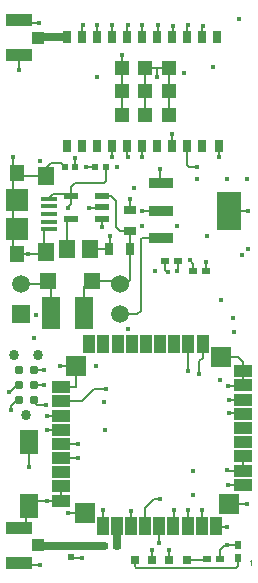
<source format=gtl>
G04 Layer_Physical_Order=1*
G04 Layer_Color=255*
%FSLAX24Y24*%
%MOIN*%
G70*
G01*
G75*
%ADD10R,0.0866X0.0413*%
%ADD11R,0.0394X0.0413*%
%ADD12R,0.0472X0.0472*%
%ADD13R,0.0315X0.0394*%
%ADD14R,0.0394X0.0591*%
%ADD15R,0.0591X0.0394*%
%ADD16R,0.0670X0.0670*%
%ADD17R,0.0591X0.0394*%
%ADD18R,0.0846X0.1280*%
%ADD19R,0.0846X0.0374*%
%ADD20R,0.0480X0.0220*%
%ADD21R,0.0220X0.0228*%
%ADD22R,0.0200X0.0250*%
%ADD23R,0.0250X0.0200*%
%ADD24R,0.0520X0.0600*%
%ADD25C,0.0310*%
%ADD26R,0.0532X0.0157*%
%ADD27R,0.0512X0.0571*%
%ADD28R,0.0748X0.0748*%
%ADD29R,0.0551X0.0630*%
%ADD30R,0.0560X0.0560*%
%ADD31R,0.0300X0.0400*%
%ADD32R,0.0400X0.0300*%
%ADD33R,0.0630X0.1070*%
%ADD34R,0.0197X0.0236*%
%ADD35R,0.0315X0.0315*%
%ADD36R,0.0630X0.0787*%
%ADD37C,0.0059*%
%ADD38C,0.0060*%
%ADD39C,0.0252*%
%ADD40C,0.0600*%
%ADD41C,0.0591*%
%ADD42R,0.0591X0.0591*%
%ADD43C,0.0340*%
%ADD44C,0.0157*%
G36*
X3116Y-6722D02*
X3091D01*
Y-6565D01*
X3091Y-6565D01*
X3089Y-6566D01*
X3087Y-6568D01*
X3084Y-6570D01*
X3081Y-6573D01*
X3077Y-6576D01*
X3072Y-6579D01*
X3067Y-6582D01*
X3067D01*
X3067Y-6582D01*
X3065Y-6584D01*
X3062Y-6585D01*
X3059Y-6587D01*
X3054Y-6589D01*
X3050Y-6591D01*
X3046Y-6593D01*
X3041Y-6595D01*
Y-6571D01*
X3042D01*
X3042Y-6570D01*
X3043Y-6570D01*
X3045Y-6569D01*
X3047Y-6568D01*
X3049Y-6567D01*
X3054Y-6564D01*
X3059Y-6561D01*
X3065Y-6557D01*
X3071Y-6552D01*
X3077Y-6547D01*
X3078Y-6547D01*
X3078Y-6547D01*
X3079Y-6546D01*
X3080Y-6545D01*
X3083Y-6542D01*
X3086Y-6539D01*
X3090Y-6534D01*
X3093Y-6530D01*
X3097Y-6525D01*
X3100Y-6520D01*
X3116D01*
Y-6722D01*
D02*
G37*
D10*
X-4636Y10315D02*
D03*
Y11476D02*
D03*
Y-6604D02*
D03*
Y-5443D02*
D03*
D11*
X-4016Y10896D02*
D03*
Y-6024D02*
D03*
D12*
X-1214Y9098D02*
D03*
Y8311D02*
D03*
X-426D02*
D03*
Y9098D02*
D03*
X361Y8311D02*
D03*
Y9098D02*
D03*
X-1214Y9886D02*
D03*
X-426D02*
D03*
X361D02*
D03*
D13*
X-3025Y7287D02*
D03*
X-2525D02*
D03*
X-2025D02*
D03*
X-1525D02*
D03*
X-1025D02*
D03*
X-533D02*
D03*
X-25D02*
D03*
X475D02*
D03*
X975D02*
D03*
X1475D02*
D03*
X2025D02*
D03*
X1975Y10909D02*
D03*
X-3025D02*
D03*
X-2525D02*
D03*
X-2025D02*
D03*
X-1525D02*
D03*
X-1025D02*
D03*
X-525D02*
D03*
X-25D02*
D03*
X475D02*
D03*
X975D02*
D03*
X1475D02*
D03*
D14*
X-1854Y-5387D02*
D03*
X1453D02*
D03*
X35D02*
D03*
X1925D02*
D03*
X-2300Y676D02*
D03*
X-1356D02*
D03*
X-909Y-5387D02*
D03*
X-1382D02*
D03*
X-437D02*
D03*
X1479Y676D02*
D03*
X-411D02*
D03*
X1007D02*
D03*
X-1828D02*
D03*
X508Y-5387D02*
D03*
X-883Y676D02*
D03*
X62D02*
D03*
X980Y-5387D02*
D03*
X534Y676D02*
D03*
D15*
X2838Y-1647D02*
D03*
Y-2120D02*
D03*
X-3225Y-759D02*
D03*
X2838Y-230D02*
D03*
Y-702D02*
D03*
Y-4009D02*
D03*
X-3225Y-1232D02*
D03*
Y-3122D02*
D03*
Y-2177D02*
D03*
X2838Y-3065D02*
D03*
Y-3537D02*
D03*
X-3225Y-2649D02*
D03*
Y-1704D02*
D03*
X2838Y-1175D02*
D03*
Y-2592D02*
D03*
X-3225Y-3594D02*
D03*
D16*
X2359Y-4659D02*
D03*
X2109Y241D02*
D03*
X-2741Y-59D02*
D03*
X-2441Y-4959D02*
D03*
D17*
X-3225Y-4539D02*
D03*
Y-4067D02*
D03*
D18*
X2362Y5128D02*
D03*
D19*
X79Y4222D02*
D03*
Y6033D02*
D03*
Y5128D02*
D03*
D20*
X-1880Y4862D02*
D03*
Y5236D02*
D03*
Y5616D02*
D03*
X-2912D02*
D03*
Y4862D02*
D03*
D21*
X-2908Y-6431D02*
D03*
Y-6053D02*
D03*
D22*
X2667Y-6447D02*
D03*
Y-6033D02*
D03*
D23*
X2047Y-6496D02*
D03*
X1634D02*
D03*
X236Y3445D02*
D03*
X650D02*
D03*
X1576Y3100D02*
D03*
X1163D02*
D03*
X-1378Y-6053D02*
D03*
X-1791D02*
D03*
D24*
X-2277Y3858D02*
D03*
X-3031D02*
D03*
D25*
X-4650Y-693D02*
D03*
X-4150Y-193D02*
D03*
Y-693D02*
D03*
X-4650Y-1193D02*
D03*
X-4150D02*
D03*
X-4650Y-193D02*
D03*
D26*
X-3642Y4764D02*
D03*
Y4508D02*
D03*
Y5020D02*
D03*
Y5276D02*
D03*
Y5531D02*
D03*
D27*
X-4695Y6368D02*
D03*
X-4695Y3671D02*
D03*
D28*
X-4695Y5493D02*
D03*
X-4695Y4509D02*
D03*
D29*
X-3730Y3760D02*
D03*
Y6280D02*
D03*
D30*
X-3683Y2776D02*
D03*
X-2224D02*
D03*
D31*
X-933Y3861D02*
D03*
X-1633D02*
D03*
D32*
X-952Y4437D02*
D03*
Y5137D02*
D03*
D33*
X-2461Y1713D02*
D03*
X-3572D02*
D03*
D34*
X-2766Y6575D02*
D03*
X-3120D02*
D03*
X-1752D02*
D03*
X-2106D02*
D03*
D35*
X-197Y-6506D02*
D03*
X-787D02*
D03*
X354Y-6506D02*
D03*
X945D02*
D03*
D36*
X-4321Y-2589D02*
D03*
Y-4715D02*
D03*
D37*
X-2669Y-2649D02*
X-2667Y-2648D01*
X-3225Y-2649D02*
X-2669D01*
X-3225Y-3122D02*
X-2689D01*
X475Y10909D02*
X482Y10917D01*
Y11289D01*
X975Y10909D02*
Y11290D01*
X236Y3159D02*
X325Y3071D01*
X236Y3159D02*
Y3445D01*
X620Y3110D02*
X650Y3140D01*
Y3445D01*
X1163Y3100D02*
Y3355D01*
X1053Y3465D02*
X1163Y3355D01*
X1585Y3109D02*
Y3406D01*
X-4026Y-1358D02*
X-3750D01*
X-4075Y-1309D02*
X-4026Y-1358D01*
X-4075Y-1309D02*
X-4075Y-1309D01*
X-4204Y-687D02*
X-3816D01*
X-437Y-5387D02*
Y-4787D01*
X-128Y-4478D01*
X59D01*
X-83Y9886D02*
X361D01*
X-426D02*
X-83D01*
X361Y9098D02*
Y9886D01*
Y8311D02*
Y9098D01*
X-1220Y8318D02*
Y10325D01*
X-581Y4193D02*
X-551Y4222D01*
X-581Y1791D02*
Y4193D01*
X-705Y1667D02*
X-581Y1791D01*
X2283Y-3533D02*
X2287Y-3537D01*
X2838D01*
X-952Y5137D02*
Y5529D01*
X-955Y5531D02*
X-952Y5529D01*
X-3815Y2703D02*
X-3742Y2776D01*
X-952Y2808D02*
Y4437D01*
X-3031Y4742D02*
X-2912Y4862D01*
X-3031Y3858D02*
Y4742D01*
X-3799Y3848D02*
Y4508D01*
X-3976Y3671D02*
X-3799Y3848D01*
X-1614Y3879D02*
Y4291D01*
X-2277Y3858D02*
X-1635D01*
X-1614Y3879D01*
X-4852Y5493D02*
X-4843Y5503D01*
X-3572Y1713D02*
Y2606D01*
X-4204Y-187D02*
X-3805D01*
X-3804Y-187D01*
X-3278Y-49D02*
X-2750D01*
X-3225Y-759D02*
X-2767D01*
X-2750Y-743D01*
X-909Y-5387D02*
Y-4878D01*
X-915Y-4872D02*
X-909Y-4878D01*
X-426Y8311D02*
Y9886D01*
X69Y6043D02*
Y6506D01*
Y6043D02*
X79Y6033D01*
X-3253Y-2205D02*
X-3225Y-2177D01*
X-3720Y-2175D02*
X-3283D01*
X-3720Y-1713D02*
X-3233D01*
X-3225Y-1704D01*
X-1850Y-5383D02*
Y-4862D01*
X-1854Y-5387D02*
X-1850Y-5383D01*
X475Y7287D02*
Y7694D01*
X472Y7697D02*
X475Y7694D01*
X-525Y10909D02*
Y11299D01*
X508Y-5387D02*
X512Y-5383D01*
Y-4852D01*
X-83Y9886D02*
X-30Y9833D01*
Y9567D02*
Y9833D01*
X980Y-5387D02*
X984Y-5383D01*
Y-4862D01*
X2359Y-4659D02*
X2366Y-4665D01*
X2963D01*
X2844Y-4016D02*
X2884Y-4056D01*
X-3711Y-4537D02*
X-3227D01*
X-3002Y-4951D02*
X-2449D01*
X-2441Y-4959D01*
X-4980Y-935D02*
X-4952D01*
X-4704Y-687D01*
X-4902Y-1535D02*
Y-1385D01*
X-4704Y-1187D01*
X2343Y-1181D02*
X2831D01*
X2838Y-1175D01*
X2343Y-1634D02*
X2824D01*
X2838Y-1647D01*
X-551Y5128D02*
X39D01*
X1447Y-5381D02*
Y-4862D01*
Y-5381D02*
X1453Y-5387D01*
X2838Y-3537D02*
Y-3065D01*
X1971Y-5433D02*
X2283D01*
X1925Y-5387D02*
X1971Y-5433D01*
X-3225Y-4536D02*
Y-4067D01*
X35Y-5941D02*
Y-5387D01*
Y-5941D02*
X39Y-5945D01*
X-2461Y1713D02*
Y2598D01*
X-2283Y2776D01*
X-1427D01*
X-1319Y2667D01*
X-1093D02*
X-952Y2808D01*
X-1319Y2667D02*
X-1093D01*
X-2411Y6575D02*
X-2106D01*
X-2766Y6575D02*
Y6880D01*
X-2766Y6575D02*
X-2766Y6575D01*
X-1526Y6909D02*
Y7287D01*
X-1525Y7287D01*
X-1319Y1667D02*
X-705D01*
X-2313Y5226D02*
X-1890D01*
X-1880Y5236D01*
Y5616D02*
X-1561D01*
X-1407Y5463D01*
Y4567D02*
Y5463D01*
Y4567D02*
X-1277Y4437D01*
X-952D01*
X-1880Y4862D02*
X-1880Y4862D01*
X-1880Y4862D02*
X-1880Y4862D01*
X-1880Y4587D02*
Y4862D01*
X-4419Y-5299D02*
Y-4695D01*
X-2904Y-6438D02*
X-2565D01*
X-2550Y-6453D01*
X-1814Y-6060D02*
X-1811Y-6063D01*
X-2912Y5907D02*
X-2776Y6043D01*
X-2912Y5616D02*
Y5907D01*
X354Y-6506D02*
Y-6191D01*
X374Y-6171D01*
X-207Y-6496D02*
Y-6171D01*
Y-6496D02*
X-197Y-6506D01*
X945Y-6506D02*
X1624D01*
X1634Y-6496D01*
X-787Y-6732D02*
Y-6506D01*
Y-6732D02*
X-727Y-6793D01*
X2590D01*
X2657Y-6726D01*
Y-6457D01*
X2667Y-6447D01*
X2047Y-6496D02*
Y-6181D01*
X2215Y-6014D01*
X2293D01*
X2648D02*
X2667Y-6033D01*
X2293Y-6014D02*
X2648D01*
X-4204Y-1187D02*
X-4098D01*
X-3283Y-2175D02*
X-3253Y-2205D01*
X39Y5128D02*
X59Y5108D01*
X-4643Y-6684D02*
X-3936D01*
X-4643Y-5523D02*
X-4419Y-5299D01*
X-3227Y-4537D02*
X-3225Y-4536D01*
X-2750Y-743D02*
Y-49D01*
X-4843Y6368D02*
Y6900D01*
Y5503D02*
Y6368D01*
X2333Y-4016D02*
X2844D01*
X-1398Y-6063D02*
X-1382Y-6047D01*
X975Y6653D02*
Y7287D01*
Y6653D02*
X1033Y6594D01*
X1289D01*
X-2776Y6043D02*
X-1821D01*
X-1752Y6112D01*
Y6575D01*
X-3225Y-1232D02*
X-2551D01*
X-2136Y-817D01*
X-1742D01*
X-3947Y-6673D02*
X-3937Y-6683D01*
X-3957Y-6673D02*
X-3947D01*
X-2975Y5679D02*
X-2912Y5616D01*
X-4321Y-3415D02*
Y-2589D01*
Y-3415D02*
X-4311Y-3425D01*
X-4695Y3671D02*
X-3976D01*
X-4852Y3829D02*
X-4695Y3671D01*
X-4852Y3829D02*
Y5493D01*
X-4695Y6368D02*
X-4606Y6280D01*
X-4843Y6368D02*
X-4695D01*
X-3248Y6703D02*
X-3120Y6575D01*
X-3583Y6703D02*
X-3248D01*
X-4606Y6280D02*
X-3888D01*
X-3730D02*
Y6555D01*
X-3583Y6703D01*
X-3022Y5226D02*
Y5246D01*
X-2912Y5356D01*
Y5616D01*
X-3652Y5541D02*
X-3642Y5531D01*
X-3514Y5679D02*
X-2975D01*
X-3652Y5541D02*
X-3514Y5679D01*
X-4567Y2693D02*
X-3679D01*
X-3742Y2776D02*
X-3572Y2606D01*
X1479Y219D02*
Y676D01*
X1368Y108D02*
X1479Y219D01*
X1368Y-335D02*
Y108D01*
X1004Y-226D02*
X1007Y-224D01*
Y676D01*
X2109Y241D02*
X2652D01*
X2812Y82D01*
Y-256D02*
Y82D01*
Y-256D02*
X2825Y-269D01*
Y-715D02*
Y-269D01*
X2822Y-719D02*
X2825Y-715D01*
X2313Y-719D02*
X2822D01*
X-4419Y-4695D02*
X-4262Y-4537D01*
X-3711D01*
X-551Y4222D02*
X79D01*
D38*
X1475Y10909D02*
Y11288D01*
X1476Y11289D01*
X-20Y10915D02*
Y11299D01*
X-25Y10909D02*
X-20Y10915D01*
X-2025Y10909D02*
Y11296D01*
X-2028Y11299D02*
X-2025Y11296D01*
X-1025Y6920D02*
Y7287D01*
X-533Y6920D02*
Y7287D01*
X2025Y6922D02*
Y7287D01*
X-3025Y10909D02*
X-3025Y10909D01*
X-2525D02*
Y11294D01*
X-1525Y10909D02*
Y11298D01*
X-1025Y10909D02*
Y11298D01*
X-4636Y9813D02*
Y10219D01*
X-4635Y11382D02*
X-3970D01*
X2362Y5128D02*
X2992D01*
X59Y5108D02*
X79Y5128D01*
D39*
X-4026Y-6053D02*
X-1791D01*
X-1382Y-6049D02*
X-1368Y-6063D01*
X-1382Y-6049D02*
Y-6047D01*
Y-5387D01*
X-4016Y10909D02*
X-3025D01*
D40*
X-1280Y2677D02*
D03*
D41*
Y1677D02*
D03*
X-4567Y2693D02*
D03*
D42*
Y1693D02*
D03*
D43*
X-4400Y-1693D02*
D03*
X-4800Y307D02*
D03*
X-4000D02*
D03*
D44*
X1821Y9931D02*
D03*
X845Y9715D02*
D03*
X482Y11289D02*
D03*
X984Y11299D02*
D03*
X2697Y11526D02*
D03*
X620Y3110D02*
D03*
X325Y3071D02*
D03*
X-108Y3110D02*
D03*
X-3750Y-1358D02*
D03*
X59Y-4478D02*
D03*
X-1004Y1171D02*
D03*
X1614Y4281D02*
D03*
X1585Y3406D02*
D03*
X2283Y-3533D02*
D03*
X1476Y11289D02*
D03*
X-20Y11299D02*
D03*
X-2028D02*
D03*
X-1024Y6919D02*
D03*
X-531D02*
D03*
X2028D02*
D03*
X-2520Y11299D02*
D03*
X-1526D02*
D03*
X-1024D02*
D03*
X-1220Y10325D02*
D03*
X-4636Y9813D02*
D03*
X-3967Y11378D02*
D03*
X2992Y5128D02*
D03*
X-955Y5531D02*
D03*
X-4350Y3671D02*
D03*
X-1614Y4291D02*
D03*
X-4843Y6900D02*
D03*
X-3804Y-187D02*
D03*
X-3278Y-49D02*
D03*
X-2028Y9596D02*
D03*
X-915Y-4872D02*
D03*
X-30Y9567D02*
D03*
X-1821Y-1240D02*
D03*
X-2077Y-49D02*
D03*
X69Y6506D02*
D03*
X-3720Y-2175D02*
D03*
Y-1713D02*
D03*
X-1850Y-4862D02*
D03*
X-2550Y-6453D02*
D03*
X2303Y6181D02*
D03*
X2785Y3652D02*
D03*
X2500Y1555D02*
D03*
X472Y7697D02*
D03*
X-525Y11299D02*
D03*
X512Y-4852D02*
D03*
X984Y-4862D02*
D03*
X1161Y-4341D02*
D03*
X1447Y-4862D02*
D03*
X2313Y-719D02*
D03*
X1171Y-3543D02*
D03*
X2963Y-4665D02*
D03*
X2333Y-4016D02*
D03*
X-3711Y-4537D02*
D03*
X-3002Y-4951D02*
D03*
X-1772Y-2175D02*
D03*
X-2667Y-2648D02*
D03*
X-2687Y-3120D02*
D03*
X-3816Y-687D02*
D03*
X-4902Y-1535D02*
D03*
X-4980Y-935D02*
D03*
X2343Y-1181D02*
D03*
Y-1634D02*
D03*
X1289Y6594D02*
D03*
X1309Y6171D02*
D03*
X-551Y5128D02*
D03*
Y4606D02*
D03*
X1053Y3465D02*
D03*
X2510Y1083D02*
D03*
X2992Y3848D02*
D03*
X2087Y2146D02*
D03*
X2283Y-5433D02*
D03*
X2963Y6181D02*
D03*
X630Y4606D02*
D03*
X39Y-5945D02*
D03*
X-4144Y876D02*
D03*
X-2411Y6575D02*
D03*
X-2766Y6880D02*
D03*
X-1388Y6575D02*
D03*
X-797Y5866D02*
D03*
X-1526Y6909D02*
D03*
X-2313Y5226D02*
D03*
X-1880Y4587D02*
D03*
X-1742Y-817D02*
D03*
X374Y-6171D02*
D03*
X-207D02*
D03*
X2293Y-6014D02*
D03*
X-3937Y6791D02*
D03*
X-3957Y-6673D02*
D03*
X-4075Y1644D02*
D03*
X-4311Y-3425D02*
D03*
X-3022Y5226D02*
D03*
X1368Y-335D02*
D03*
X1004Y-226D02*
D03*
X2067Y-504D02*
D03*
M02*

</source>
